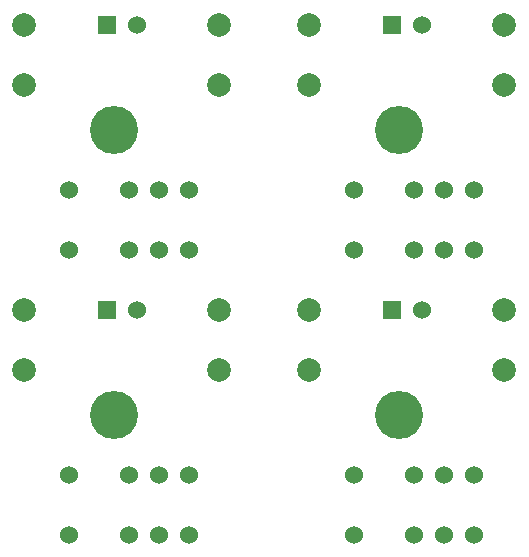
<source format=gts>
G04 (created by PCBNEW (2013-07-07 BZR 4022)-stable) date 1/16/2015 9:29:06 PM*
%MOIN*%
G04 Gerber Fmt 3.4, Leading zero omitted, Abs format*
%FSLAX34Y34*%
G01*
G70*
G90*
G04 APERTURE LIST*
%ADD10C,0.00590551*%
%ADD11C,0.0787402*%
%ADD12C,0.06*%
%ADD13R,0.06X0.06*%
%ADD14C,0.16*%
G04 APERTURE END LIST*
G54D10*
G54D11*
X21000Y-22500D03*
X21000Y-20500D03*
X27500Y-20500D03*
X27500Y-22500D03*
X21000Y-13000D03*
X21000Y-11000D03*
X18000Y-20500D03*
X18000Y-22500D03*
X11500Y-13000D03*
X11500Y-11000D03*
X27500Y-11000D03*
X27500Y-13000D03*
X11500Y-22500D03*
X11500Y-20500D03*
X18000Y-11000D03*
X18000Y-13000D03*
G54D12*
X22500Y-28000D03*
X24500Y-28000D03*
X25500Y-28000D03*
X26500Y-28000D03*
X26500Y-26000D03*
X25500Y-26000D03*
X24500Y-26000D03*
X22500Y-26000D03*
X13000Y-28000D03*
X15000Y-28000D03*
X16000Y-28000D03*
X17000Y-28000D03*
X17000Y-26000D03*
X16000Y-26000D03*
X15000Y-26000D03*
X13000Y-26000D03*
X22500Y-18500D03*
X24500Y-18500D03*
X25500Y-18500D03*
X26500Y-18500D03*
X26500Y-16500D03*
X25500Y-16500D03*
X24500Y-16500D03*
X22500Y-16500D03*
X13000Y-18500D03*
X15000Y-18500D03*
X16000Y-18500D03*
X17000Y-18500D03*
X17000Y-16500D03*
X16000Y-16500D03*
X15000Y-16500D03*
X13000Y-16500D03*
G54D13*
X23750Y-20500D03*
G54D12*
X24750Y-20500D03*
G54D13*
X14250Y-20500D03*
G54D12*
X15250Y-20500D03*
G54D13*
X23750Y-11000D03*
G54D12*
X24750Y-11000D03*
G54D13*
X14250Y-11000D03*
G54D12*
X15250Y-11000D03*
G54D14*
X14500Y-14500D03*
X24000Y-14500D03*
X14500Y-24000D03*
X24000Y-24000D03*
M02*

</source>
